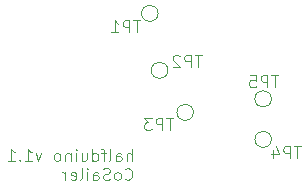
<source format=gbo>
G04 #@! TF.GenerationSoftware,KiCad,Pcbnew,7.0.7*
G04 #@! TF.CreationDate,2023-10-21T10:48:55+02:00*
G04 #@! TF.ProjectId,halfduino,68616c66-6475-4696-9e6f-2e6b69636164,rev?*
G04 #@! TF.SameCoordinates,Original*
G04 #@! TF.FileFunction,Legend,Bot*
G04 #@! TF.FilePolarity,Positive*
%FSLAX46Y46*%
G04 Gerber Fmt 4.6, Leading zero omitted, Abs format (unit mm)*
G04 Created by KiCad (PCBNEW 7.0.7) date 2023-10-21 10:48:55*
%MOMM*%
%LPD*%
G01*
G04 APERTURE LIST*
%ADD10C,0.125000*%
%ADD11C,0.120000*%
%ADD12C,1.000000*%
%ADD13O,1.000000X1.000000*%
%ADD14R,1.000000X1.000000*%
%ADD15O,0.800000X0.800000*%
%ADD16O,1.800000X1.150000*%
%ADD17O,2.000000X1.450000*%
G04 APERTURE END LIST*
D10*
X95564668Y-84494119D02*
X95564668Y-83494119D01*
X95136097Y-84494119D02*
X95136097Y-83970309D01*
X95136097Y-83970309D02*
X95183716Y-83875071D01*
X95183716Y-83875071D02*
X95278954Y-83827452D01*
X95278954Y-83827452D02*
X95421811Y-83827452D01*
X95421811Y-83827452D02*
X95517049Y-83875071D01*
X95517049Y-83875071D02*
X95564668Y-83922690D01*
X94231335Y-84494119D02*
X94231335Y-83970309D01*
X94231335Y-83970309D02*
X94278954Y-83875071D01*
X94278954Y-83875071D02*
X94374192Y-83827452D01*
X94374192Y-83827452D02*
X94564668Y-83827452D01*
X94564668Y-83827452D02*
X94659906Y-83875071D01*
X94231335Y-84446500D02*
X94326573Y-84494119D01*
X94326573Y-84494119D02*
X94564668Y-84494119D01*
X94564668Y-84494119D02*
X94659906Y-84446500D01*
X94659906Y-84446500D02*
X94707525Y-84351261D01*
X94707525Y-84351261D02*
X94707525Y-84256023D01*
X94707525Y-84256023D02*
X94659906Y-84160785D01*
X94659906Y-84160785D02*
X94564668Y-84113166D01*
X94564668Y-84113166D02*
X94326573Y-84113166D01*
X94326573Y-84113166D02*
X94231335Y-84065547D01*
X93612287Y-84494119D02*
X93707525Y-84446500D01*
X93707525Y-84446500D02*
X93755144Y-84351261D01*
X93755144Y-84351261D02*
X93755144Y-83494119D01*
X93374191Y-83827452D02*
X92993239Y-83827452D01*
X93231334Y-84494119D02*
X93231334Y-83636976D01*
X93231334Y-83636976D02*
X93183715Y-83541738D01*
X93183715Y-83541738D02*
X93088477Y-83494119D01*
X93088477Y-83494119D02*
X92993239Y-83494119D01*
X92231334Y-84494119D02*
X92231334Y-83494119D01*
X92231334Y-84446500D02*
X92326572Y-84494119D01*
X92326572Y-84494119D02*
X92517048Y-84494119D01*
X92517048Y-84494119D02*
X92612286Y-84446500D01*
X92612286Y-84446500D02*
X92659905Y-84398880D01*
X92659905Y-84398880D02*
X92707524Y-84303642D01*
X92707524Y-84303642D02*
X92707524Y-84017928D01*
X92707524Y-84017928D02*
X92659905Y-83922690D01*
X92659905Y-83922690D02*
X92612286Y-83875071D01*
X92612286Y-83875071D02*
X92517048Y-83827452D01*
X92517048Y-83827452D02*
X92326572Y-83827452D01*
X92326572Y-83827452D02*
X92231334Y-83875071D01*
X91326572Y-83827452D02*
X91326572Y-84494119D01*
X91755143Y-83827452D02*
X91755143Y-84351261D01*
X91755143Y-84351261D02*
X91707524Y-84446500D01*
X91707524Y-84446500D02*
X91612286Y-84494119D01*
X91612286Y-84494119D02*
X91469429Y-84494119D01*
X91469429Y-84494119D02*
X91374191Y-84446500D01*
X91374191Y-84446500D02*
X91326572Y-84398880D01*
X90850381Y-84494119D02*
X90850381Y-83827452D01*
X90850381Y-83494119D02*
X90898000Y-83541738D01*
X90898000Y-83541738D02*
X90850381Y-83589357D01*
X90850381Y-83589357D02*
X90802762Y-83541738D01*
X90802762Y-83541738D02*
X90850381Y-83494119D01*
X90850381Y-83494119D02*
X90850381Y-83589357D01*
X90374191Y-83827452D02*
X90374191Y-84494119D01*
X90374191Y-83922690D02*
X90326572Y-83875071D01*
X90326572Y-83875071D02*
X90231334Y-83827452D01*
X90231334Y-83827452D02*
X90088477Y-83827452D01*
X90088477Y-83827452D02*
X89993239Y-83875071D01*
X89993239Y-83875071D02*
X89945620Y-83970309D01*
X89945620Y-83970309D02*
X89945620Y-84494119D01*
X89326572Y-84494119D02*
X89421810Y-84446500D01*
X89421810Y-84446500D02*
X89469429Y-84398880D01*
X89469429Y-84398880D02*
X89517048Y-84303642D01*
X89517048Y-84303642D02*
X89517048Y-84017928D01*
X89517048Y-84017928D02*
X89469429Y-83922690D01*
X89469429Y-83922690D02*
X89421810Y-83875071D01*
X89421810Y-83875071D02*
X89326572Y-83827452D01*
X89326572Y-83827452D02*
X89183715Y-83827452D01*
X89183715Y-83827452D02*
X89088477Y-83875071D01*
X89088477Y-83875071D02*
X89040858Y-83922690D01*
X89040858Y-83922690D02*
X88993239Y-84017928D01*
X88993239Y-84017928D02*
X88993239Y-84303642D01*
X88993239Y-84303642D02*
X89040858Y-84398880D01*
X89040858Y-84398880D02*
X89088477Y-84446500D01*
X89088477Y-84446500D02*
X89183715Y-84494119D01*
X89183715Y-84494119D02*
X89326572Y-84494119D01*
X87898000Y-83827452D02*
X87659905Y-84494119D01*
X87659905Y-84494119D02*
X87421810Y-83827452D01*
X86517048Y-84494119D02*
X87088476Y-84494119D01*
X86802762Y-84494119D02*
X86802762Y-83494119D01*
X86802762Y-83494119D02*
X86898000Y-83636976D01*
X86898000Y-83636976D02*
X86993238Y-83732214D01*
X86993238Y-83732214D02*
X87088476Y-83779833D01*
X86088476Y-84398880D02*
X86040857Y-84446500D01*
X86040857Y-84446500D02*
X86088476Y-84494119D01*
X86088476Y-84494119D02*
X86136095Y-84446500D01*
X86136095Y-84446500D02*
X86088476Y-84398880D01*
X86088476Y-84398880D02*
X86088476Y-84494119D01*
X85088477Y-84494119D02*
X85659905Y-84494119D01*
X85374191Y-84494119D02*
X85374191Y-83494119D01*
X85374191Y-83494119D02*
X85469429Y-83636976D01*
X85469429Y-83636976D02*
X85564667Y-83732214D01*
X85564667Y-83732214D02*
X85659905Y-83779833D01*
X94993240Y-86008880D02*
X95040859Y-86056500D01*
X95040859Y-86056500D02*
X95183716Y-86104119D01*
X95183716Y-86104119D02*
X95278954Y-86104119D01*
X95278954Y-86104119D02*
X95421811Y-86056500D01*
X95421811Y-86056500D02*
X95517049Y-85961261D01*
X95517049Y-85961261D02*
X95564668Y-85866023D01*
X95564668Y-85866023D02*
X95612287Y-85675547D01*
X95612287Y-85675547D02*
X95612287Y-85532690D01*
X95612287Y-85532690D02*
X95564668Y-85342214D01*
X95564668Y-85342214D02*
X95517049Y-85246976D01*
X95517049Y-85246976D02*
X95421811Y-85151738D01*
X95421811Y-85151738D02*
X95278954Y-85104119D01*
X95278954Y-85104119D02*
X95183716Y-85104119D01*
X95183716Y-85104119D02*
X95040859Y-85151738D01*
X95040859Y-85151738D02*
X94993240Y-85199357D01*
X94421811Y-86104119D02*
X94517049Y-86056500D01*
X94517049Y-86056500D02*
X94564668Y-86008880D01*
X94564668Y-86008880D02*
X94612287Y-85913642D01*
X94612287Y-85913642D02*
X94612287Y-85627928D01*
X94612287Y-85627928D02*
X94564668Y-85532690D01*
X94564668Y-85532690D02*
X94517049Y-85485071D01*
X94517049Y-85485071D02*
X94421811Y-85437452D01*
X94421811Y-85437452D02*
X94278954Y-85437452D01*
X94278954Y-85437452D02*
X94183716Y-85485071D01*
X94183716Y-85485071D02*
X94136097Y-85532690D01*
X94136097Y-85532690D02*
X94088478Y-85627928D01*
X94088478Y-85627928D02*
X94088478Y-85913642D01*
X94088478Y-85913642D02*
X94136097Y-86008880D01*
X94136097Y-86008880D02*
X94183716Y-86056500D01*
X94183716Y-86056500D02*
X94278954Y-86104119D01*
X94278954Y-86104119D02*
X94421811Y-86104119D01*
X93707525Y-86056500D02*
X93564668Y-86104119D01*
X93564668Y-86104119D02*
X93326573Y-86104119D01*
X93326573Y-86104119D02*
X93231335Y-86056500D01*
X93231335Y-86056500D02*
X93183716Y-86008880D01*
X93183716Y-86008880D02*
X93136097Y-85913642D01*
X93136097Y-85913642D02*
X93136097Y-85818404D01*
X93136097Y-85818404D02*
X93183716Y-85723166D01*
X93183716Y-85723166D02*
X93231335Y-85675547D01*
X93231335Y-85675547D02*
X93326573Y-85627928D01*
X93326573Y-85627928D02*
X93517049Y-85580309D01*
X93517049Y-85580309D02*
X93612287Y-85532690D01*
X93612287Y-85532690D02*
X93659906Y-85485071D01*
X93659906Y-85485071D02*
X93707525Y-85389833D01*
X93707525Y-85389833D02*
X93707525Y-85294595D01*
X93707525Y-85294595D02*
X93659906Y-85199357D01*
X93659906Y-85199357D02*
X93612287Y-85151738D01*
X93612287Y-85151738D02*
X93517049Y-85104119D01*
X93517049Y-85104119D02*
X93278954Y-85104119D01*
X93278954Y-85104119D02*
X93136097Y-85151738D01*
X92278954Y-86104119D02*
X92278954Y-85580309D01*
X92278954Y-85580309D02*
X92326573Y-85485071D01*
X92326573Y-85485071D02*
X92421811Y-85437452D01*
X92421811Y-85437452D02*
X92612287Y-85437452D01*
X92612287Y-85437452D02*
X92707525Y-85485071D01*
X92278954Y-86056500D02*
X92374192Y-86104119D01*
X92374192Y-86104119D02*
X92612287Y-86104119D01*
X92612287Y-86104119D02*
X92707525Y-86056500D01*
X92707525Y-86056500D02*
X92755144Y-85961261D01*
X92755144Y-85961261D02*
X92755144Y-85866023D01*
X92755144Y-85866023D02*
X92707525Y-85770785D01*
X92707525Y-85770785D02*
X92612287Y-85723166D01*
X92612287Y-85723166D02*
X92374192Y-85723166D01*
X92374192Y-85723166D02*
X92278954Y-85675547D01*
X91802763Y-86104119D02*
X91802763Y-85437452D01*
X91802763Y-85104119D02*
X91850382Y-85151738D01*
X91850382Y-85151738D02*
X91802763Y-85199357D01*
X91802763Y-85199357D02*
X91755144Y-85151738D01*
X91755144Y-85151738D02*
X91802763Y-85104119D01*
X91802763Y-85104119D02*
X91802763Y-85199357D01*
X91183716Y-86104119D02*
X91278954Y-86056500D01*
X91278954Y-86056500D02*
X91326573Y-85961261D01*
X91326573Y-85961261D02*
X91326573Y-85104119D01*
X90421811Y-86056500D02*
X90517049Y-86104119D01*
X90517049Y-86104119D02*
X90707525Y-86104119D01*
X90707525Y-86104119D02*
X90802763Y-86056500D01*
X90802763Y-86056500D02*
X90850382Y-85961261D01*
X90850382Y-85961261D02*
X90850382Y-85580309D01*
X90850382Y-85580309D02*
X90802763Y-85485071D01*
X90802763Y-85485071D02*
X90707525Y-85437452D01*
X90707525Y-85437452D02*
X90517049Y-85437452D01*
X90517049Y-85437452D02*
X90421811Y-85485071D01*
X90421811Y-85485071D02*
X90374192Y-85580309D01*
X90374192Y-85580309D02*
X90374192Y-85675547D01*
X90374192Y-85675547D02*
X90850382Y-85770785D01*
X89945620Y-86104119D02*
X89945620Y-85437452D01*
X89945620Y-85627928D02*
X89898001Y-85532690D01*
X89898001Y-85532690D02*
X89850382Y-85485071D01*
X89850382Y-85485071D02*
X89755144Y-85437452D01*
X89755144Y-85437452D02*
X89659906Y-85437452D01*
X101464904Y-75529119D02*
X100893476Y-75529119D01*
X101179190Y-76529119D02*
X101179190Y-75529119D01*
X100560142Y-76529119D02*
X100560142Y-75529119D01*
X100560142Y-75529119D02*
X100179190Y-75529119D01*
X100179190Y-75529119D02*
X100083952Y-75576738D01*
X100083952Y-75576738D02*
X100036333Y-75624357D01*
X100036333Y-75624357D02*
X99988714Y-75719595D01*
X99988714Y-75719595D02*
X99988714Y-75862452D01*
X99988714Y-75862452D02*
X100036333Y-75957690D01*
X100036333Y-75957690D02*
X100083952Y-76005309D01*
X100083952Y-76005309D02*
X100179190Y-76052928D01*
X100179190Y-76052928D02*
X100560142Y-76052928D01*
X99607761Y-75624357D02*
X99560142Y-75576738D01*
X99560142Y-75576738D02*
X99464904Y-75529119D01*
X99464904Y-75529119D02*
X99226809Y-75529119D01*
X99226809Y-75529119D02*
X99131571Y-75576738D01*
X99131571Y-75576738D02*
X99083952Y-75624357D01*
X99083952Y-75624357D02*
X99036333Y-75719595D01*
X99036333Y-75719595D02*
X99036333Y-75814833D01*
X99036333Y-75814833D02*
X99083952Y-75957690D01*
X99083952Y-75957690D02*
X99655380Y-76529119D01*
X99655380Y-76529119D02*
X99036333Y-76529119D01*
X96257904Y-72608119D02*
X95686476Y-72608119D01*
X95972190Y-73608119D02*
X95972190Y-72608119D01*
X95353142Y-73608119D02*
X95353142Y-72608119D01*
X95353142Y-72608119D02*
X94972190Y-72608119D01*
X94972190Y-72608119D02*
X94876952Y-72655738D01*
X94876952Y-72655738D02*
X94829333Y-72703357D01*
X94829333Y-72703357D02*
X94781714Y-72798595D01*
X94781714Y-72798595D02*
X94781714Y-72941452D01*
X94781714Y-72941452D02*
X94829333Y-73036690D01*
X94829333Y-73036690D02*
X94876952Y-73084309D01*
X94876952Y-73084309D02*
X94972190Y-73131928D01*
X94972190Y-73131928D02*
X95353142Y-73131928D01*
X93829333Y-73608119D02*
X94400761Y-73608119D01*
X94115047Y-73608119D02*
X94115047Y-72608119D01*
X94115047Y-72608119D02*
X94210285Y-72750976D01*
X94210285Y-72750976D02*
X94305523Y-72846214D01*
X94305523Y-72846214D02*
X94400761Y-72893833D01*
X109846904Y-83276119D02*
X109275476Y-83276119D01*
X109561190Y-84276119D02*
X109561190Y-83276119D01*
X108942142Y-84276119D02*
X108942142Y-83276119D01*
X108942142Y-83276119D02*
X108561190Y-83276119D01*
X108561190Y-83276119D02*
X108465952Y-83323738D01*
X108465952Y-83323738D02*
X108418333Y-83371357D01*
X108418333Y-83371357D02*
X108370714Y-83466595D01*
X108370714Y-83466595D02*
X108370714Y-83609452D01*
X108370714Y-83609452D02*
X108418333Y-83704690D01*
X108418333Y-83704690D02*
X108465952Y-83752309D01*
X108465952Y-83752309D02*
X108561190Y-83799928D01*
X108561190Y-83799928D02*
X108942142Y-83799928D01*
X107513571Y-83609452D02*
X107513571Y-84276119D01*
X107751666Y-83228500D02*
X107989761Y-83942785D01*
X107989761Y-83942785D02*
X107370714Y-83942785D01*
X107941904Y-77256119D02*
X107370476Y-77256119D01*
X107656190Y-78256119D02*
X107656190Y-77256119D01*
X107037142Y-78256119D02*
X107037142Y-77256119D01*
X107037142Y-77256119D02*
X106656190Y-77256119D01*
X106656190Y-77256119D02*
X106560952Y-77303738D01*
X106560952Y-77303738D02*
X106513333Y-77351357D01*
X106513333Y-77351357D02*
X106465714Y-77446595D01*
X106465714Y-77446595D02*
X106465714Y-77589452D01*
X106465714Y-77589452D02*
X106513333Y-77684690D01*
X106513333Y-77684690D02*
X106560952Y-77732309D01*
X106560952Y-77732309D02*
X106656190Y-77779928D01*
X106656190Y-77779928D02*
X107037142Y-77779928D01*
X105560952Y-77256119D02*
X106037142Y-77256119D01*
X106037142Y-77256119D02*
X106084761Y-77732309D01*
X106084761Y-77732309D02*
X106037142Y-77684690D01*
X106037142Y-77684690D02*
X105941904Y-77637071D01*
X105941904Y-77637071D02*
X105703809Y-77637071D01*
X105703809Y-77637071D02*
X105608571Y-77684690D01*
X105608571Y-77684690D02*
X105560952Y-77732309D01*
X105560952Y-77732309D02*
X105513333Y-77827547D01*
X105513333Y-77827547D02*
X105513333Y-78065642D01*
X105513333Y-78065642D02*
X105560952Y-78160880D01*
X105560952Y-78160880D02*
X105608571Y-78208500D01*
X105608571Y-78208500D02*
X105703809Y-78256119D01*
X105703809Y-78256119D02*
X105941904Y-78256119D01*
X105941904Y-78256119D02*
X106037142Y-78208500D01*
X106037142Y-78208500D02*
X106084761Y-78160880D01*
X99051904Y-80863119D02*
X98480476Y-80863119D01*
X98766190Y-81863119D02*
X98766190Y-80863119D01*
X98147142Y-81863119D02*
X98147142Y-80863119D01*
X98147142Y-80863119D02*
X97766190Y-80863119D01*
X97766190Y-80863119D02*
X97670952Y-80910738D01*
X97670952Y-80910738D02*
X97623333Y-80958357D01*
X97623333Y-80958357D02*
X97575714Y-81053595D01*
X97575714Y-81053595D02*
X97575714Y-81196452D01*
X97575714Y-81196452D02*
X97623333Y-81291690D01*
X97623333Y-81291690D02*
X97670952Y-81339309D01*
X97670952Y-81339309D02*
X97766190Y-81386928D01*
X97766190Y-81386928D02*
X98147142Y-81386928D01*
X97242380Y-80863119D02*
X96623333Y-80863119D01*
X96623333Y-80863119D02*
X96956666Y-81244071D01*
X96956666Y-81244071D02*
X96813809Y-81244071D01*
X96813809Y-81244071D02*
X96718571Y-81291690D01*
X96718571Y-81291690D02*
X96670952Y-81339309D01*
X96670952Y-81339309D02*
X96623333Y-81434547D01*
X96623333Y-81434547D02*
X96623333Y-81672642D01*
X96623333Y-81672642D02*
X96670952Y-81767880D01*
X96670952Y-81767880D02*
X96718571Y-81815500D01*
X96718571Y-81815500D02*
X96813809Y-81863119D01*
X96813809Y-81863119D02*
X97099523Y-81863119D01*
X97099523Y-81863119D02*
X97194761Y-81815500D01*
X97194761Y-81815500D02*
X97242380Y-81767880D01*
D11*
X98617000Y-76835000D02*
G75*
G03*
X98617000Y-76835000I-700000J0D01*
G01*
X97791000Y-72009000D02*
G75*
G03*
X97791000Y-72009000I-700000J0D01*
G01*
X107380000Y-82677000D02*
G75*
G03*
X107380000Y-82677000I-700000J0D01*
G01*
X107380000Y-79248000D02*
G75*
G03*
X107380000Y-79248000I-700000J0D01*
G01*
X100776000Y-80391000D02*
G75*
G03*
X100776000Y-80391000I-700000J0D01*
G01*
%LPC*%
D12*
X97790000Y-86360000D03*
D13*
X99060000Y-86360000D03*
X100330000Y-86360000D03*
X101600000Y-86360000D03*
X102870000Y-86360000D03*
D14*
X104140000Y-86360000D03*
X105410000Y-86360000D03*
D13*
X106680000Y-86360000D03*
X93218000Y-62230000D03*
X94488000Y-62230000D03*
X95758000Y-62230000D03*
D14*
X97028000Y-62230000D03*
D13*
X98298000Y-62230000D03*
X99568000Y-62230000D03*
X100838000Y-62230000D03*
X102108000Y-62230000D03*
X103378000Y-62230000D03*
X104648000Y-62230000D03*
D12*
X115697000Y-72390000D03*
D13*
X116967000Y-72390000D03*
X115697000Y-73660000D03*
X116967000Y-73660000D03*
X115697000Y-74930000D03*
D14*
X116967000Y-74930000D03*
D12*
X109220000Y-86360000D03*
D13*
X110490000Y-86360000D03*
X111760000Y-86360000D03*
X113030000Y-86360000D03*
X114300000Y-86360000D03*
X115570000Y-86360000D03*
D15*
X88430000Y-67265000D03*
X88430000Y-72265000D03*
D16*
X85680000Y-65890000D03*
D17*
X89480000Y-66040000D03*
X89480000Y-73490000D03*
D16*
X85680000Y-73640000D03*
D13*
X106680000Y-62230000D03*
X107950000Y-62230000D03*
X109220000Y-62230000D03*
X110490000Y-62230000D03*
X111760000Y-62230000D03*
X113030000Y-62230000D03*
X114300000Y-62230000D03*
X115570000Y-62230000D03*
D12*
X97917000Y-76835000D03*
X97091000Y-72009000D03*
X106680000Y-82677000D03*
X106680000Y-79248000D03*
X100076000Y-80391000D03*
%LPD*%
M02*

</source>
